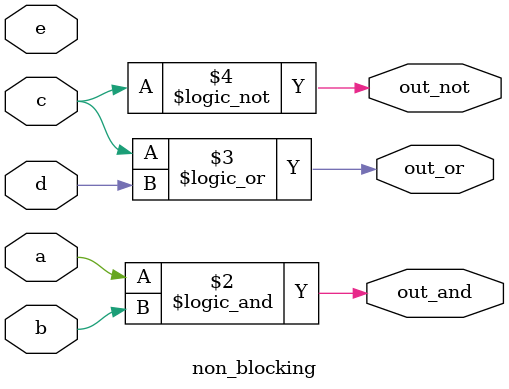
<source format=v>
module non_blocking(out_and, out_or, out_not, a,b,c,d,e);
	input a,b,c,d,e;
	output out_and, out_or, out_not;
	
	reg out_and, out_or, out_not;
	
	always@(*)
	begin
		out_and = #6 a&&b;
		out_or = #4 c||d;
		out_not = #2 !c;
	end
endmodule

</source>
